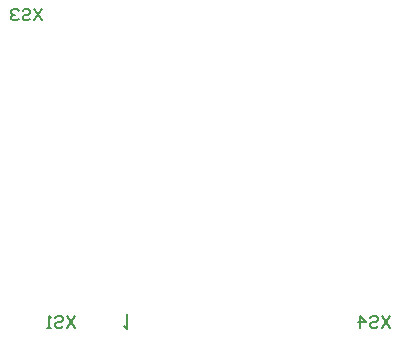
<source format=gbo>
G04*
G04 #@! TF.GenerationSoftware,Altium Limited,Altium Designer,23.0.1 (38)*
G04*
G04 Layer_Color=32896*
%FSLAX42Y42*%
%MOMM*%
G71*
G04*
G04 #@! TF.SameCoordinates,95CDDE1D-1A7E-4F85-AF55-DDA07DA04742*
G04*
G04*
G04 #@! TF.FilePolarity,Positive*
G04*
G01*
G75*
%ADD11C,0.20*%
%ADD54C,0.15*%
D11*
X1886Y3338D02*
X1820Y3238D01*
Y3338D02*
X1886Y3238D01*
X1720Y3321D02*
X1736Y3338D01*
X1770D01*
X1786Y3321D01*
Y3304D01*
X1770Y3288D01*
X1736D01*
X1720Y3271D01*
Y3254D01*
X1736Y3238D01*
X1770D01*
X1786Y3254D01*
X1686Y3321D02*
X1670Y3338D01*
X1636D01*
X1620Y3321D01*
Y3304D01*
X1636Y3288D01*
X1653D01*
X1636D01*
X1620Y3271D01*
Y3254D01*
X1636Y3238D01*
X1670D01*
X1686Y3254D01*
X4830Y737D02*
X4764Y637D01*
Y737D02*
X4830Y637D01*
X4664Y720D02*
X4680Y737D01*
X4714D01*
X4730Y720D01*
Y703D01*
X4714Y687D01*
X4680D01*
X4664Y670D01*
Y653D01*
X4680Y637D01*
X4714D01*
X4730Y653D01*
X4580Y637D02*
Y737D01*
X4630Y687D01*
X4564D01*
X2161Y737D02*
X2094Y637D01*
Y737D02*
X2161Y637D01*
X1994Y720D02*
X2011Y737D01*
X2044D01*
X2061Y720D01*
Y703D01*
X2044Y687D01*
X2011D01*
X1994Y670D01*
Y653D01*
X2011Y637D01*
X2044D01*
X2061Y653D01*
X1961Y637D02*
X1927D01*
X1944D01*
Y737D01*
X1961Y720D01*
D54*
X2575Y649D02*
X2587Y643D01*
X2605Y625D01*
Y750D01*
M02*

</source>
